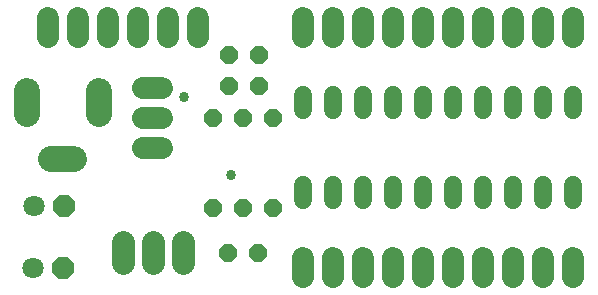
<source format=gbs>
G75*
%MOIN*%
%OFA0B0*%
%FSLAX25Y25*%
%IPPOS*%
%LPD*%
%AMOC8*
5,1,8,0,0,1.08239X$1,22.5*
%
%ADD10OC8,0.07100*%
%ADD11C,0.07100*%
%ADD12OC8,0.06000*%
%ADD13C,0.07200*%
%ADD14C,0.06000*%
%ADD15C,0.08674*%
%ADD16C,0.07729*%
%ADD17C,0.03400*%
D10*
X0042345Y0011600D03*
X0042845Y0032100D03*
D11*
X0032345Y0011600D03*
X0032845Y0032100D03*
D12*
X0092345Y0031600D03*
X0102345Y0031600D03*
X0112345Y0031600D03*
X0107345Y0016600D03*
X0097345Y0016600D03*
X0102345Y0061600D03*
X0092345Y0061600D03*
X0112345Y0061600D03*
X0107845Y0072100D03*
X0097845Y0072100D03*
X0097845Y0082600D03*
X0107845Y0082600D03*
D13*
X0122345Y0088400D02*
X0122345Y0094800D01*
X0132345Y0094800D02*
X0132345Y0088400D01*
X0142345Y0088400D02*
X0142345Y0094800D01*
X0152345Y0094800D02*
X0152345Y0088400D01*
X0162345Y0088400D02*
X0162345Y0094800D01*
X0172345Y0094800D02*
X0172345Y0088400D01*
X0182345Y0088400D02*
X0182345Y0094800D01*
X0192345Y0094800D02*
X0192345Y0088400D01*
X0202345Y0088400D02*
X0202345Y0094800D01*
X0212345Y0094800D02*
X0212345Y0088400D01*
X0087345Y0088400D02*
X0087345Y0094800D01*
X0077345Y0094800D02*
X0077345Y0088400D01*
X0067345Y0088400D02*
X0067345Y0094800D01*
X0057345Y0094800D02*
X0057345Y0088400D01*
X0047345Y0088400D02*
X0047345Y0094800D01*
X0037345Y0094800D02*
X0037345Y0088400D01*
X0069145Y0071600D02*
X0075545Y0071600D01*
X0075545Y0061600D02*
X0069145Y0061600D01*
X0069145Y0051600D02*
X0075545Y0051600D01*
X0122345Y0014800D02*
X0122345Y0008400D01*
X0132345Y0008400D02*
X0132345Y0014800D01*
X0142345Y0014800D02*
X0142345Y0008400D01*
X0152345Y0008400D02*
X0152345Y0014800D01*
X0162345Y0014800D02*
X0162345Y0008400D01*
X0172345Y0008400D02*
X0172345Y0014800D01*
X0182345Y0014800D02*
X0182345Y0008400D01*
X0192345Y0008400D02*
X0192345Y0014800D01*
X0202345Y0014800D02*
X0202345Y0008400D01*
X0212345Y0008400D02*
X0212345Y0014800D01*
D14*
X0212345Y0034000D02*
X0212345Y0039200D01*
X0202345Y0039200D02*
X0202345Y0034000D01*
X0192345Y0034000D02*
X0192345Y0039200D01*
X0182345Y0039200D02*
X0182345Y0034000D01*
X0172345Y0034000D02*
X0172345Y0039200D01*
X0162345Y0039200D02*
X0162345Y0034000D01*
X0152345Y0034000D02*
X0152345Y0039200D01*
X0142345Y0039200D02*
X0142345Y0034000D01*
X0132345Y0034000D02*
X0132345Y0039200D01*
X0122345Y0039200D02*
X0122345Y0034000D01*
X0122345Y0064000D02*
X0122345Y0069200D01*
X0132345Y0069200D02*
X0132345Y0064000D01*
X0142345Y0064000D02*
X0142345Y0069200D01*
X0152345Y0069200D02*
X0152345Y0064000D01*
X0162345Y0064000D02*
X0162345Y0069200D01*
X0172345Y0069200D02*
X0172345Y0064000D01*
X0182345Y0064000D02*
X0182345Y0069200D01*
X0192345Y0069200D02*
X0192345Y0064000D01*
X0202345Y0064000D02*
X0202345Y0069200D01*
X0212345Y0069200D02*
X0212345Y0064000D01*
D15*
X0054550Y0062663D02*
X0054550Y0070537D01*
X0030534Y0070537D02*
X0030534Y0062663D01*
X0038408Y0047702D02*
X0046282Y0047702D01*
D16*
X0062345Y0020065D02*
X0062345Y0013135D01*
X0072345Y0013135D02*
X0072345Y0020065D01*
X0082345Y0020065D02*
X0082345Y0013135D01*
D17*
X0098345Y0042600D03*
X0082845Y0068600D03*
M02*

</source>
